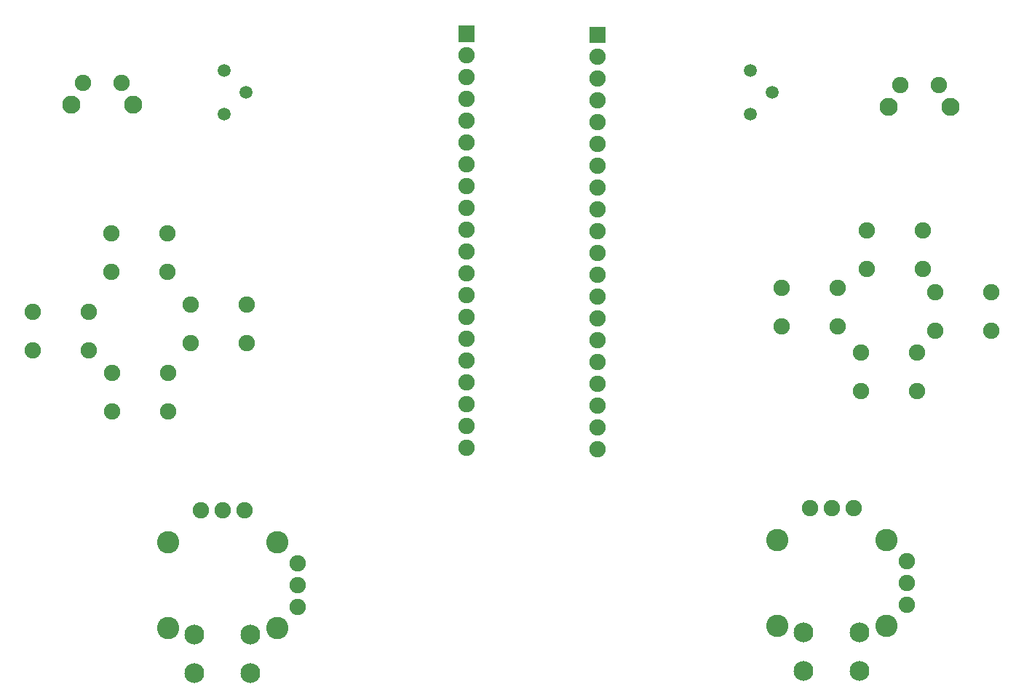
<source format=gbs>
G04 Layer: BottomSolderMaskLayer*
G04 EasyEDA v6.5.5, 2022-06-26 01:00:07*
G04 2c515557f0e44504be437badec322791,a4ea12fd96744f7d9b8618c9b4952ea7,10*
G04 Gerber Generator version 0.2*
G04 Scale: 100 percent, Rotated: No, Reflected: No *
G04 Dimensions in millimeters *
G04 leading zeros omitted , absolute positions ,4 integer and 5 decimal *
%FSLAX45Y45*%
%MOMM*%

%ADD25C,1.9016*%
%ADD26C,2.6016*%
%ADD27C,2.3016*%
%ADD28C,1.5016*%
%ADD29C,2.1016*%

%LPD*%
D25*
G01*
X3749954Y1803196D03*
G01*
X3749954Y2057196D03*
G01*
X3749954Y2311196D03*
G01*
X3130956Y2930194D03*
G01*
X2876956Y2930194D03*
G01*
X2622956Y2930194D03*
D26*
G01*
X2244470Y2557195D03*
G01*
X2244470Y1557197D03*
G01*
X3509467Y1557197D03*
G01*
X3509467Y2557195D03*
D27*
G01*
X2550007Y1482191D03*
G01*
X3200018Y1482191D03*
G01*
X2550007Y1032205D03*
G01*
X3200018Y1032205D03*
D25*
G01*
X10836554Y1828596D03*
G01*
X10836554Y2082596D03*
G01*
X10836554Y2336596D03*
G01*
X10217556Y2955594D03*
G01*
X9963556Y2955594D03*
G01*
X9709556Y2955594D03*
D26*
G01*
X9331070Y2582595D03*
G01*
X9331070Y1582597D03*
G01*
X10596067Y1582597D03*
G01*
X10596067Y2582595D03*
D27*
G01*
X9636607Y1507591D03*
G01*
X10286618Y1507591D03*
G01*
X9636607Y1057605D03*
G01*
X10286618Y1057605D03*
D28*
G01*
X2895600Y7543800D03*
G01*
X3149600Y7797800D03*
G01*
X2895600Y8051800D03*
G01*
X9017000Y7543800D03*
G01*
X9271000Y7797800D03*
G01*
X9017000Y8051800D03*
D25*
G01*
X1698243Y7912100D03*
G01*
X1248156Y7912100D03*
D29*
G01*
X1113281Y7658100D03*
G01*
X1833118Y7658100D03*
G36*
X5620004Y8388604D02*
G01*
X5620004Y8578595D01*
X5809995Y8578595D01*
X5809995Y8388604D01*
G37*
D25*
G01*
X5715000Y8229600D03*
G01*
X5715000Y7975600D03*
G01*
X5715000Y7721600D03*
G01*
X5715000Y7467600D03*
G01*
X5715000Y7213600D03*
G01*
X5715000Y6959600D03*
G01*
X5715000Y6705600D03*
G01*
X5715000Y6451600D03*
G01*
X5715000Y6197600D03*
G01*
X5715000Y5943600D03*
G01*
X5715000Y5689600D03*
G01*
X5715000Y5435600D03*
G01*
X5715000Y5181600D03*
G01*
X5715000Y4927600D03*
G01*
X5715000Y4673600D03*
G01*
X5715000Y4419600D03*
G01*
X5715000Y4165600D03*
G01*
X5715000Y3911600D03*
G01*
X5715000Y3657600D03*
G36*
X7144004Y8375904D02*
G01*
X7144004Y8565895D01*
X7333995Y8565895D01*
X7333995Y8375904D01*
G37*
G01*
X7239000Y8216900D03*
G01*
X7239000Y7962900D03*
G01*
X7239000Y7708900D03*
G01*
X7239000Y7454900D03*
G01*
X7239000Y7200900D03*
G01*
X7239000Y6946900D03*
G01*
X7239000Y6692900D03*
G01*
X7239000Y6438900D03*
G01*
X7239000Y6184900D03*
G01*
X7239000Y5930900D03*
G01*
X7239000Y5676900D03*
G01*
X7239000Y5422900D03*
G01*
X7239000Y5168900D03*
G01*
X7239000Y4914900D03*
G01*
X7239000Y4660900D03*
G01*
X7239000Y4406900D03*
G01*
X7239000Y4152900D03*
G01*
X7239000Y3898900D03*
G01*
X7239000Y3644900D03*
G01*
X11210543Y7886700D03*
G01*
X10760456Y7886700D03*
D29*
G01*
X10625581Y7632700D03*
G01*
X11345418Y7632700D03*
D25*
G01*
X11818620Y5020055D03*
G01*
X11818620Y5470144D03*
G01*
X11168379Y5020055D03*
G01*
X11168379Y5470144D03*
G01*
X10955020Y4321555D03*
G01*
X10955020Y4771644D03*
G01*
X10304779Y4321555D03*
G01*
X10304779Y4771644D03*
G01*
X2242820Y4080255D03*
G01*
X2242820Y4530344D03*
G01*
X1592579Y4080255D03*
G01*
X1592579Y4530344D03*
G01*
X1315720Y4791455D03*
G01*
X1315720Y5241544D03*
G01*
X665479Y4791455D03*
G01*
X665479Y5241544D03*
G01*
X3157220Y4880355D03*
G01*
X3157220Y5330444D03*
G01*
X2506979Y4880355D03*
G01*
X2506979Y5330444D03*
G01*
X2230120Y5705855D03*
G01*
X2230120Y6155944D03*
G01*
X1579879Y5705855D03*
G01*
X1579879Y6155944D03*
G01*
X11018520Y5743955D03*
G01*
X11018520Y6194044D03*
G01*
X10368279Y5743955D03*
G01*
X10368279Y6194044D03*
G01*
X10027920Y5070855D03*
G01*
X10027920Y5520944D03*
G01*
X9377679Y5070855D03*
G01*
X9377679Y5520944D03*
M02*

</source>
